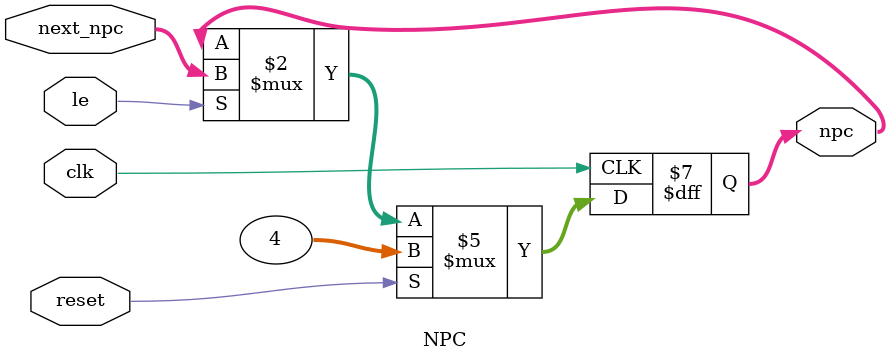
<source format=v>

module NPC (

  input  wire        clk,

  input  wire        reset,   // sincrónico

  input  wire        le,

  input  wire [31:0] next_npc,

  output reg  [31:0] npc

);

  always @(posedge clk) begin

    if (reset) npc <= 32'd4;     // requisito: nPC = 4 en reset

    else if (le) npc <= next_npc;

  end

endmodule


</source>
